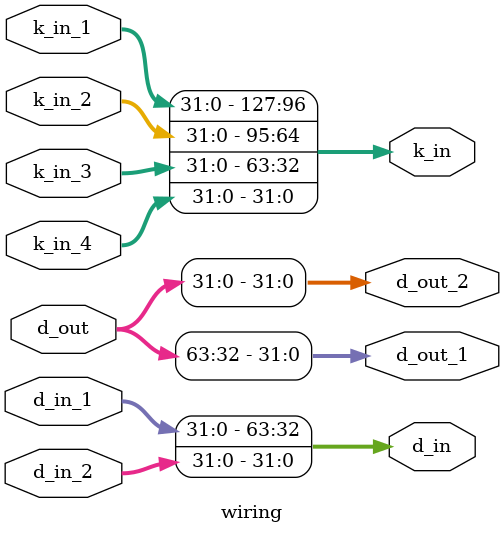
<source format=v>
/********************************************************************************************************
*********************************************************************************************************
Zynq-7000 based Implementation of the KHAZAD Block Cipher
Yossef Shitzer & Efraim Wasserman
Jerusalem College of Technology - Lev Academic Center (JCT)
Department of electrical and electronic engineering
2018
*********************************************************************************************************
*********************************************************************************************************
This module is merely an intermediate between the PS and the PL design.
It concatenates the four 32-bit key_in parts input into one 128-bit key for the PL,
the two 32-bit d_in parts input into one 64-bit d_in for the PL,
and splits the 64-bit d_out output into two 32-bit d_out for the PS.
*********************************************************************************************************
*********************************************************************************************************
Version 1.0: ECB implementation
*********************************************************************************************************
*********************************************************************************************************/
module wiring
(
  input  [31:0] k_in_1	,
  input  [31:0] k_in_2	,
  input  [31:0] k_in_3	,
  input  [31:0] k_in_4	,
  input  [31:0] d_in_1	,
  input  [31:0] d_in_2	,
  input  [63:0] d_out 	,
  output [127:0] k_in	,
  output [63:0] d_in 	,
  output [31:0] d_out_1 ,
  output [31:0] d_out_2 
);

assign k_in = {k_in_1, k_in_2, k_in_3, k_in_4};
assign d_in = {d_in_1, d_in_2};
assign d_out_1 = d_out[63:32];
assign d_out_2 = d_out[31:0];

endmodule
</source>
